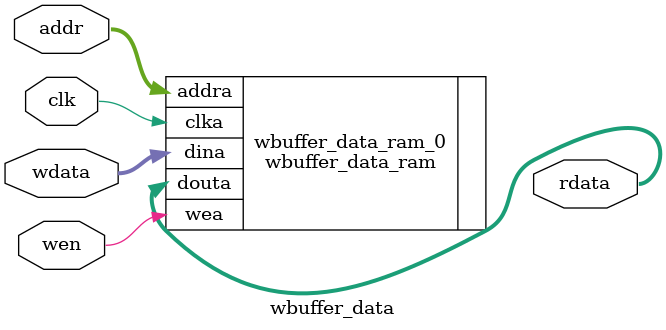
<source format=v>
`timescale 1ns / 1ps

module wbuffer_data(
    input   wire        clk,

    input   wire[3:0]   addr,
    output  wire[31:0]  rdata,
    input   wire        wen,
    input   wire[31:0]  wdata
    );
    
    wbuffer_data_ram wbuffer_data_ram_0(
        .clka(clk),         // input wire clka

        .addra(addr),       // input wire [3 : 0] addra
        .douta(rdata),      // output wire [31 : 0] douta
        .wea(wen),          // input wire [0 : 0] wea
        .dina(wdata)        // input wire [31 : 0] dina
    );
endmodule
</source>
